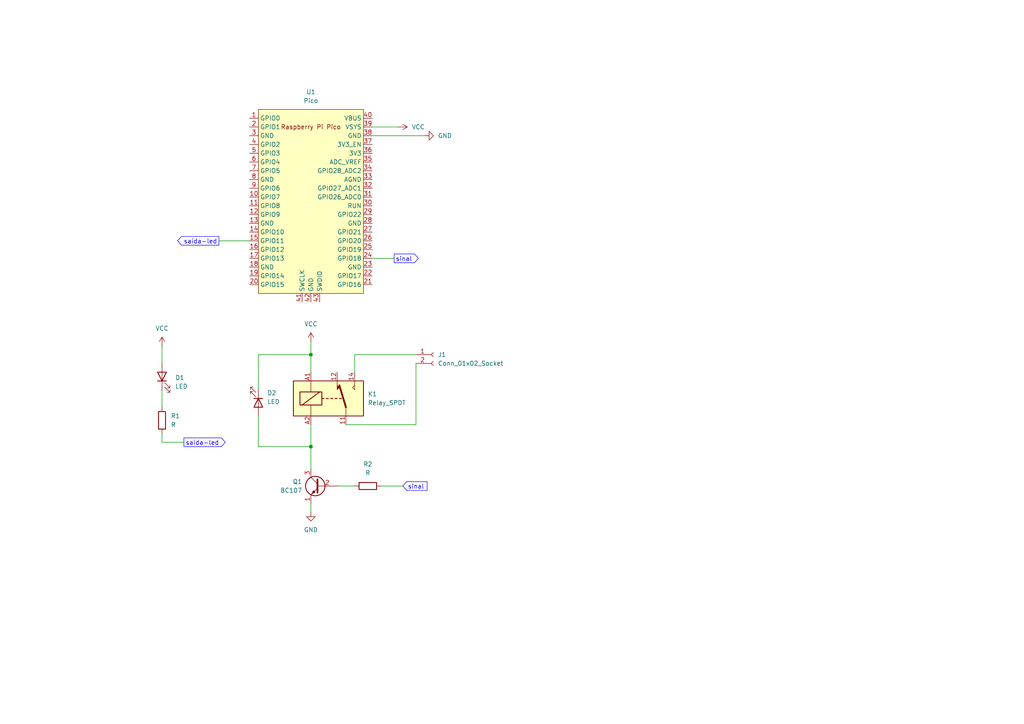
<source format=kicad_sch>
(kicad_sch (version 20231120) (generator "eeschema") (generator_version "8.0")
  (paper "A4")
  (lib_symbols
    (symbol "Connector:Conn_01x02_Socket" (pin_names (offset 1.016) hide)
      (property "Reference" "J" (at 0 2.54 0))
      (property "Value" "Conn_01x02_Socket" (at 0 -5.08 0))
      (symbol "Conn_01x02_Socket_1_1"
        (arc (start 0 -2.032) (mid -0.5058 -2.54) (end 0 -3.048) (stroke (width 0.1524)))
        (polyline (pts (xy -1.27 -2.54) (xy -0.508 -2.54)) (stroke (width 0.1524)))
        (polyline (pts (xy -1.27 0) (xy -0.508 0)) (stroke (width 0.1524)))
        (arc (start 0 0.508) (mid -0.5058 0) (end 0 -0.508) (stroke (width 0.1524)))
        (pin passive line (at -5.08 0 0) (length 3.81) (name "Pin_1") (number "1"))
        (pin passive line (at -5.08 -2.54 0) (length 3.81) (name "Pin_2") (number "2"))
      )
    )
    (symbol "Device:LED" (pin_numbers hide) (pin_names (offset 1.016) hide)
      (property "Reference" "D" (at 0 2.54 0))
      (property "Value" "LED" (at 0 -2.54 0))
      (symbol "LED_0_1"
        (polyline (pts (xy -1.27 -1.27) (xy -1.27 1.27)) (stroke (width 0.254)))
        (polyline (pts (xy -1.27 0) (xy 1.27 0)))
        (polyline (pts (xy 1.27 -1.27) (xy 1.27 1.27) (xy -1.27 0) (xy 1.27 -1.27)) (stroke (width 0.254)))
        (polyline (pts (xy -3.048 -0.762) (xy -4.572 -2.286) (xy -3.81 -2.286) (xy -4.572 -2.286) (xy -4.572 -1.524)))
        (polyline (pts (xy -1.778 -0.762) (xy -3.302 -2.286) (xy -2.54 -2.286) (xy -3.302 -2.286) (xy -3.302 -1.524)))
      )
      (symbol "LED_1_1"
        (pin passive line (at -3.81 0 0) (length 2.54) (name "K") (number "1"))
        (pin passive line (at 3.81 0 180) (length 2.54) (name "A") (number "2"))
      )
    )
    (symbol "Device:R" (pin_numbers hide) (pin_names (offset 0))
      (property "Reference" "R" (at 2.032 0 90))
      (property "Value" "R" (at 0 0 90))
      (symbol "R_0_1"
        (rectangle (start -1.016 -2.54) (end 1.016 2.54) (stroke (width 0.254)))
      )
      (symbol "R_1_1"
        (pin passive line (at 0 3.81 270) (length 1.27) (name "~") (number "1"))
        (pin passive line (at 0 -3.81 90) (length 1.27) (name "~") (number "2"))
      )
    )
    (symbol "MCU_RaspberryPi_and_Boards:Pico"
      (property "Reference" "U" (at -13.97 27.94 0))
      (property "Value" "Pico" (at 0 19.05 0))
      (symbol "Pico_0_0"
        (text "Raspberry Pi Pico" (at 0 21.59 0) (effects (font (size 1.27 1.27))))
      )
      (symbol "Pico_0_1"
        (rectangle (start -15.24 26.67) (end 15.24 -26.67) (fill (type background)))
      )
      (symbol "Pico_1_1"
        (pin bidirectional line (at -17.78 24.13 0) (length 2.54) (name "GPIO0") (number "1"))
        (pin bidirectional line (at -17.78 1.27 0) (length 2.54) (name "GPIO7") (number "10"))
        (pin bidirectional line (at -17.78 -1.27 0) (length 2.54) (name "GPIO8") (number "11"))
        (pin bidirectional line (at -17.78 -3.81 0) (length 2.54) (name "GPIO9") (number "12"))
        (pin power_in line (at -17.78 -6.35 0) (length 2.54) (name "GND") (number "13"))
        (pin bidirectional line (at -17.78 -8.89 0) (length 2.54) (name "GPIO10") (number "14"))
        (pin bidirectional line (at -17.78 -11.43 0) (length 2.54) (name "GPIO11") (number "15"))
        (pin bidirectional line (at -17.78 -13.97 0) (length 2.54) (name "GPIO12") (number "16"))
        (pin bidirectional line (at -17.78 -16.51 0) (length 2.54) (name "GPIO13") (number "17"))
        (pin power_in line (at -17.78 -19.05 0) (length 2.54) (name "GND") (number "18"))
        (pin bidirectional line (at -17.78 -21.59 0) (length 2.54) (name "GPIO14") (number "19"))
        (pin bidirectional line (at -17.78 21.59 0) (length 2.54) (name "GPIO1") (number "2"))
        (pin bidirectional line (at -17.78 -24.13 0) (length 2.54) (name "GPIO15") (number "20"))
        (pin bidirectional line (at 17.78 -24.13 180) (length 2.54) (name "GPIO16") (number "21"))
        (pin bidirectional line (at 17.78 -21.59 180) (length 2.54) (name "GPIO17") (number "22"))
        (pin power_in line (at 17.78 -19.05 180) (length 2.54) (name "GND") (number "23"))
        (pin bidirectional line (at 17.78 -16.51 180) (length 2.54) (name "GPIO18") (number "24"))
        (pin bidirectional line (at 17.78 -13.97 180) (length 2.54) (name "GPIO19") (number "25"))
        (pin bidirectional line (at 17.78 -11.43 180) (length 2.54) (name "GPIO20") (number "26"))
        (pin bidirectional line (at 17.78 -8.89 180) (length 2.54) (name "GPIO21") (number "27"))
        (pin power_in line (at 17.78 -6.35 180) (length 2.54) (name "GND") (number "28"))
        (pin bidirectional line (at 17.78 -3.81 180) (length 2.54) (name "GPIO22") (number "29"))
        (pin power_in line (at -17.78 19.05 0) (length 2.54) (name "GND") (number "3"))
        (pin input line (at 17.78 -1.27 180) (length 2.54) (name "RUN") (number "30"))
        (pin bidirectional line (at 17.78 1.27 180) (length 2.54) (name "GPIO26_ADC0") (number "31"))
        (pin bidirectional line (at 17.78 3.81 180) (length 2.54) (name "GPIO27_ADC1") (number "32"))
        (pin power_in line (at 17.78 6.35 180) (length 2.54) (name "AGND") (number "33"))
        (pin bidirectional line (at 17.78 8.89 180) (length 2.54) (name "GPIO28_ADC2") (number "34"))
        (pin power_in line (at 17.78 11.43 180) (length 2.54) (name "ADC_VREF") (number "35"))
        (pin power_in line (at 17.78 13.97 180) (length 2.54) (name "3V3") (number "36"))
        (pin input line (at 17.78 16.51 180) (length 2.54) (name "3V3_EN") (number "37"))
        (pin bidirectional line (at 17.78 19.05 180) (length 2.54) (name "GND") (number "38"))
        (pin power_in line (at 17.78 21.59 180) (length 2.54) (name "VSYS") (number "39"))
        (pin bidirectional line (at -17.78 16.51 0) (length 2.54) (name "GPIO2") (number "4"))
        (pin power_in line (at 17.78 24.13 180) (length 2.54) (name "VBUS") (number "40"))
        (pin input line (at -2.54 -29.21 90) (length 2.54) (name "SWCLK") (number "41"))
        (pin power_in line (at 0 -29.21 90) (length 2.54) (name "GND") (number "42"))
        (pin bidirectional line (at 2.54 -29.21 90) (length 2.54) (name "SWDIO") (number "43"))
        (pin bidirectional line (at -17.78 13.97 0) (length 2.54) (name "GPIO3") (number "5"))
        (pin bidirectional line (at -17.78 11.43 0) (length 2.54) (name "GPIO4") (number "6"))
        (pin bidirectional line (at -17.78 8.89 0) (length 2.54) (name "GPIO5") (number "7"))
        (pin power_in line (at -17.78 6.35 0) (length 2.54) (name "GND") (number "8"))
        (pin bidirectional line (at -17.78 3.81 0) (length 2.54) (name "GPIO6") (number "9"))
      )
    )
    (symbol "Relay:Relay_SPDT"
      (property "Reference" "K" (at 11.43 3.81 0))
      (property "Value" "Relay_SPDT" (at 11.43 1.27 0))
      (symbol "Relay_SPDT_0_0"
        (polyline (pts (xy 7.62 5.08) (xy 7.62 2.54) (xy 6.985 3.175) (xy 7.62 3.81)))
      )
      (symbol "Relay_SPDT_0_1"
        (rectangle (start -10.16 5.08) (end 10.16 -5.08) (stroke (width 0.254)) (fill (type background)))
        (rectangle (start -8.255 1.905) (end -1.905 -1.905) (stroke (width 0.254)))
        (polyline (pts (xy -7.62 -1.905) (xy -2.54 1.905)) (stroke (width 0.254)))
        (polyline (pts (xy -5.08 -5.08) (xy -5.08 -1.905)))
        (polyline (pts (xy -5.08 5.08) (xy -5.08 1.905)))
        (polyline (pts (xy -1.905 0) (xy -1.27 0)) (stroke (width 0.254)))
        (polyline (pts (xy -0.635 0) (xy 0 0)) (stroke (width 0.254)))
        (polyline (pts (xy 0.635 0) (xy 1.27 0)) (stroke (width 0.254)))
        (polyline (pts (xy 1.905 0) (xy 2.54 0)) (stroke (width 0.254)))
        (polyline (pts (xy 3.175 0) (xy 3.81 0)) (stroke (width 0.254)))
        (polyline (pts (xy 5.08 -2.54) (xy 3.175 3.81)) (stroke (width 0.508)))
        (polyline (pts (xy 5.08 -2.54) (xy 5.08 -5.08)))
        (polyline (pts (xy 2.54 5.08) (xy 2.54 2.54) (xy 3.175 3.175) (xy 2.54 3.81)) (fill (type outline)))
      )
      (symbol "Relay_SPDT_1_1"
        (pin passive line (at 5.08 -7.62 90) (length 2.54) (name "~") (number "11"))
        (pin passive line (at 2.54 7.62 270) (length 2.54) (name "~") (number "12"))
        (pin passive line (at 7.62 7.62 270) (length 2.54) (name "~") (number "14"))
        (pin passive line (at -5.08 7.62 270) (length 2.54) (name "~") (number "A1"))
        (pin passive line (at -5.08 -7.62 90) (length 2.54) (name "~") (number "A2"))
      )
    )
    (symbol "Transistor_BJT:BC107" (pin_names (offset 0) hide)
      (property "Reference" "Q" (at 5.08 1.905 0))
      (property "Value" "BC107" (at 5.08 0 0))
      (symbol "BC107_0_1"
        (polyline (pts (xy 0.635 0.635) (xy 2.54 2.54)))
        (polyline (pts (xy 0.635 -0.635) (xy 2.54 -2.54) (xy 2.54 -2.54)))
        (polyline (pts (xy 0.635 1.905) (xy 0.635 -1.905) (xy 0.635 -1.905)) (stroke (width 0.508)))
        (polyline (pts (xy 1.27 -1.778) (xy 1.778 -1.27) (xy 2.286 -2.286) (xy 1.27 -1.778) (xy 1.27 -1.778)) (fill (type outline)))
        (circle (center 1.27 0) (radius 2.8194) (stroke (width 0.254)))
      )
      (symbol "BC107_1_1"
        (pin passive line (at 2.54 -5.08 90) (length 2.54) (name "E") (number "1"))
        (pin input line (at -5.08 0 0) (length 5.715) (name "B") (number "2"))
        (pin passive line (at 2.54 5.08 270) (length 2.54) (name "C") (number "3"))
      )
    )
    (symbol "power:GND" (power) (pin_numbers hide) (pin_names (offset 0) hide)
      (property "Value" "GND" (at 0 -3.81 0))
      (symbol "GND_0_1"
        (polyline (pts (xy 0 0) (xy 0 -1.27) (xy 1.27 -1.27) (xy 0 -2.54) (xy -1.27 -1.27) (xy 0 -1.27)))
      )
      (symbol "GND_1_1"
        (pin power_in line (at 0 0 270) (length 0) (name "~") (number "1"))
      )
    )
    (symbol "power:VCC" (power) (pin_numbers hide) (pin_names (offset 0) hide)
      (property "Value" "VCC" (at 0 3.556 0))
      (symbol "VCC_0_1"
        (polyline (pts (xy -0.762 1.27) (xy 0 2.54)))
        (polyline (pts (xy 0 0) (xy 0 2.54)))
        (polyline (pts (xy 0 2.54) (xy 0.762 1.27)))
      )
      (symbol "VCC_1_1"
        (pin power_in line (at 0 0 90) (length 0) (name "~") (number "1"))
      )
    )
  )
  (junction (at 90.17 129.54))
  (junction (at 90.17 102.87))
  (wire (pts (xy 90.17 123.19) (xy 90.17 129.54)))
  (wire (pts (xy 46.99 128.27) (xy 53.34 128.27)))
  (wire (pts (xy 107.95 36.83) (xy 115.57 36.83)))
  (wire (pts (xy 107.95 39.37) (xy 123.19 39.37)))
  (wire (pts (xy 110.49 140.97) (xy 116.84 140.97)))
  (wire (pts (xy 74.93 113.03) (xy 74.93 102.87)))
  (wire (pts (xy 90.17 146.05) (xy 90.17 148.59)))
  (wire (pts (xy 97.79 140.97) (xy 102.87 140.97)))
  (wire (pts (xy 46.99 100.33) (xy 46.99 105.41)))
  (wire (pts (xy 90.17 99.06) (xy 90.17 102.87)))
  (wire (pts (xy 74.93 129.54) (xy 90.17 129.54)))
  (wire (pts (xy 102.87 102.87) (xy 120.65 102.87)))
  (wire (pts (xy 120.65 105.41) (xy 120.65 123.19)))
  (wire (pts (xy 120.65 123.19) (xy 100.33 123.19)))
  (wire (pts (xy 46.99 113.03) (xy 46.99 118.11)))
  (wire (pts (xy 90.17 102.87) (xy 90.17 107.95)))
  (wire (pts (xy 74.93 102.87) (xy 90.17 102.87)))
  (wire (pts (xy 107.95 74.93) (xy 114.3 74.93)))
  (wire (pts (xy 90.17 129.54) (xy 90.17 135.89)))
  (wire (pts (xy 102.87 107.95) (xy 102.87 102.87)))
  (wire (pts (xy 46.99 125.73) (xy 46.99 128.27)))
  (wire (pts (xy 74.93 120.65) (xy 74.93 129.54)))
  (wire (pts (xy 63.5 69.85) (xy 72.39 69.85)))
  (global_label "sinal" (shape input) (at 116.84 140.97 0) (property "Intersheetrefs" "${INTERSHEET_REFS}" (effects (hide yes))))
  (global_label "saída-led" (shape output) (at 63.5 69.85 180) (property "Intersheetrefs" "${INTERSHEET_REFS}" (effects (hide yes))))
  (global_label "sinal" (shape output) (at 114.3 74.93 0) (property "Intersheetrefs" "${INTERSHEET_REFS}" (effects (hide yes))))
  (global_label "saída-led" (shape output) (at 53.34 128.27 0) (property "Intersheetrefs" "${INTERSHEET_REFS}" (effects (hide yes))))
  (symbol (lib_id "power:GND") (at 123.19 39.37 90) (unit 1)
    (property "Reference" "#PWR02" (effects (hide yes)))
    (property "Value" "GND" (at 127 39.3699 90) (effects (justify right)))
    (property "Description" "Power symbol creates a global label with name \"GND\" , ground" (effects (hide yes)))
  )
  (symbol (lib_id "power:VCC") (at 46.99 100.33 0) (unit 1)
    (property "Reference" "#PWR03" (effects (hide yes)))
    (property "Value" "VCC" (at 46.99 95.25 0))
    (property "Description" "Power symbol creates a global label with name \"VCC\"" (effects (hide yes)))
  )
  (symbol (lib_id "power:GND") (at 90.17 148.59 0) (unit 1)
    (property "Reference" "#PWR05" (effects (hide yes)))
    (property "Value" "GND" (at 90.17 153.67 0))
    (property "Description" "Power symbol creates a global label with name \"GND\" , ground" (effects (hide yes)))
  )
  (symbol (lib_id "Relay:Relay_SPDT") (at 95.25 115.57 0) (unit 1)
    (property "Reference" "K1" (at 106.68 114.2999 0) (effects (justify left)))
    (property "Value" "Relay_SPDT" (at 106.68 116.8399 0) (effects (justify left)))
    (property "Footprint" "Relay_THT:Relay_SPDT_Schrack-RP-II-1-FormC_RM3.5mm" (effects (hide yes)))
    (property "Description" "Monostable Relay SPDT, EN50005" (effects (hide yes)))
  )
  (symbol (lib_id "power:VCC") (at 115.57 36.83 270) (unit 1)
    (property "Reference" "#PWR01" (effects (hide yes)))
    (property "Value" "VCC" (at 119.38 36.8299 90) (effects (justify left)))
    (property "Description" "Power symbol creates a global label with name \"VCC\"" (effects (hide yes)))
  )
  (symbol (lib_id "MCU_RaspberryPi_and_Boards:Pico") (at 90.17 58.42 0) (unit 1)
    (property "Reference" "U1" (at 90.17 26.67 0))
    (property "Value" "Pico" (at 90.17 29.21 0))
    (property "Footprint" "MCU_RaspberryPi_and_Boards:RPi_Pico_SMD_TH" (effects (hide yes)))
  )
  (symbol (lib_id "Connector:Conn_01x02_Socket") (at 125.73 102.87 0) (unit 1)
    (property "Reference" "J1" (at 127 102.8699 0) (effects (justify left)))
    (property "Value" "Conn_01x02_Socket" (at 127 105.4099 0) (effects (justify left)))
    (property "Footprint" "Connector_JST:JST_EH_B2B-EH-A_1x02_P2.50mm_Vertical" (effects (hide yes)))
    (property "Description" "Generic connector, single row, 01x02, script generated" (effects (hide yes)))
  )
  (symbol (lib_id "Device:R") (at 46.99 121.92 0) (unit 1)
    (property "Reference" "R1" (at 49.53 120.6499 0) (effects (justify left)))
    (property "Value" "R" (at 49.53 123.1899 0) (effects (justify left)))
    (property "Footprint" "Resistor_SMD:R_0603_1608Metric" (effects (hide yes)))
    (property "Description" "Resistor" (effects (hide yes)))
  )
  (symbol (lib_id "Device:LED") (at 74.93 116.84 270) (unit 1)
    (property "Reference" "D2" (at 77.47 113.9824 90) (effects (justify left)))
    (property "Value" "LED" (at 77.47 116.5224 90) (effects (justify left)))
    (property "Footprint" "LED_SMD:LED_0603_1608Metric_Pad1.05x0.95mm_HandSolder" (effects (hide yes)))
    (property "Description" "Light emitting diode" (effects (hide yes)))
  )
  (symbol (lib_id "Device:R") (at 106.68 140.97 90) (unit 1)
    (property "Reference" "R2" (at 106.68 134.62 90))
    (property "Value" "R" (at 106.68 137.16 90))
    (property "Footprint" "Resistor_SMD:R_0603_1608Metric" (effects (hide yes)))
    (property "Description" "Resistor" (effects (hide yes)))
  )
  (symbol (lib_id "Transistor_BJT:BC107") (at 92.71 140.97 0) (mirror y) (unit 1)
    (property "Reference" "Q1" (at 87.63 139.6999 0) (effects (justify left)))
    (property "Value" "BC107" (at 87.63 142.2399 0) (effects (justify left)))
    (property "Footprint" "Package_TO_SOT_THT:TO-18-3" (effects (hide yes)))
    (property "Datasheet" "http://www.b-kainka.de/Daten/Transistor/BC108.pdf" (effects (hide yes)))
    (property "Description" "0.1A Ic, 50V Vce, Low Noise General Purpose NPN Transistor, TO-18" (effects (hide yes)))
  )
  (symbol (lib_id "Device:LED") (at 46.99 109.22 90) (unit 1)
    (property "Reference" "D1" (at 50.8 109.5374 90) (effects (justify right)))
    (property "Value" "LED" (at 50.8 112.0774 90) (effects (justify right)))
    (property "Footprint" "LED_SMD:LED_0603_1608Metric_Pad1.05x0.95mm_HandSolder" (effects (hide yes)))
    (property "Description" "Light emitting diode" (effects (hide yes)))
  )
  (symbol (lib_id "power:VCC") (at 90.17 99.06 0) (unit 1)
    (property "Reference" "#PWR04" (effects (hide yes)))
    (property "Value" "VCC" (at 90.17 93.98 0))
    (property "Description" "Power symbol creates a global label with name \"VCC\"" (effects (hide yes)))
  )
)
</source>
